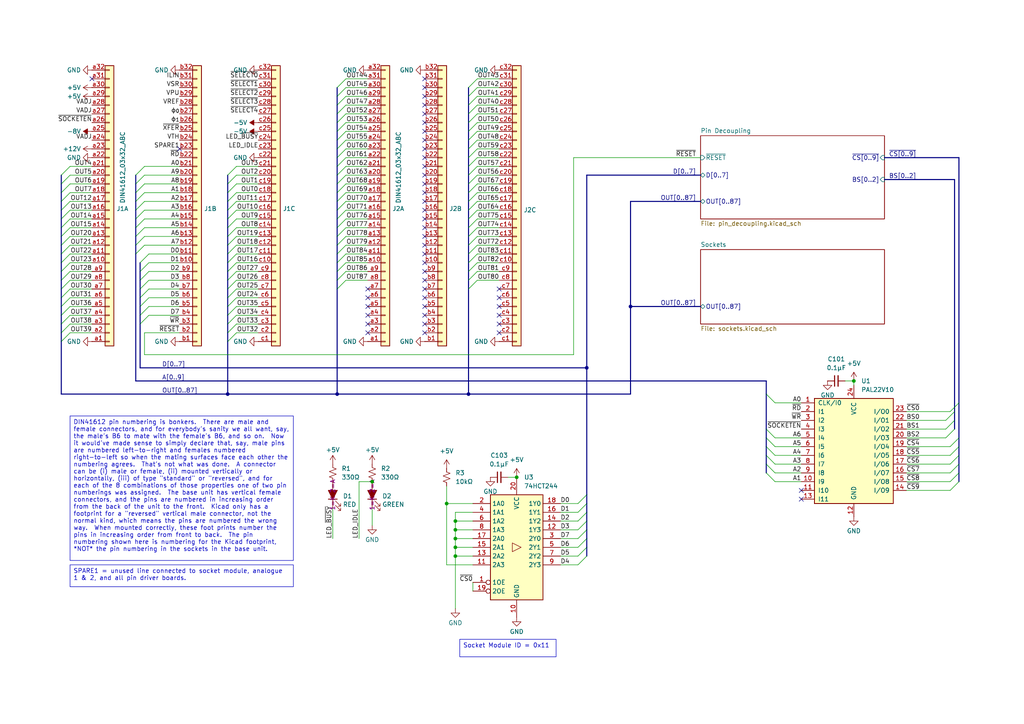
<source format=kicad_sch>
(kicad_sch (version 20250114) (generator "eeschema") (generator_version "9.0")
  (paper "A4")
  (title_block (title "ALLPRO88 Socket Module Template"))
  (text_box "Socket Module ID = 0x11" (at 133.35 185.42 0) (size 27.94 5.08) (margins 0.9525 0.9525 0.9525 0.9525) (effects (font (size 1.27 1.27)) (justify left top)))
  (text_box "DIN41612 pin numbering is bonkers.  There are male and female connectors, and for everybody's sanity we all want, say, the male's B6 to mate with the female's B6, and so on.  Now it would've made sense to simply declare that, say, male pins are numbered left-to-right and females numbered right-to-left so when the mating surfaces face each other the numbering agrees.  That's not what was done.  A connector can be (i) male or female, (ii) mounted vertically or horizontally, (iii) of type \"standard\" or \"reversed\", and for each of the 8 combinations of those properties one of two pin numberings was assigned.  The base unit has vertical female connectors, and the pins are numbered in increasing order from the back of the unit to the front.  Kicad only has a footprint for a \"reversed\" vertical male connector, not the normal kind, which means the pins are numbered the wrong way.  When mounted correctly, these foot prints number the pins in increasing order from front to back.  The pin numbering shown here is numbering for the Kicad footprint, *NOT* the pin numbering in the sockets in the base unit." (at 20.32 120.65 0) (size 64.77 41.91) (margins 0.9525 0.9525 0.9525 0.9525) (effects (font (size 1.27 1.27)) (justify left top)))
  (text_box "SPARE1 = unused line connected to socket module, analogue 1 & 2, and all pin driver boards." (at 20.32 163.83 0) (size 64.77 6.35) (margins 0.9525 0.9525 0.9525 0.9525) (effects (font (size 1.27 1.27)) (justify left top)))
  (junction (at 132.08 153.67))
  (junction (at 129.54 146.05))
  (junction (at 66.04 114.3))
  (junction (at 97.79 114.3))
  (junction (at 170.18 106.68))
  (junction (at 132.08 158.75))
  (junction (at 135.89 114.3))
  (junction (at 247.65 110.49))
  (junction (at 182.88 88.9))
  (junction (at 107.95 139.7))
  (junction (at 149.86 138.43))
  (junction (at 132.08 151.13))
  (junction (at 132.08 161.29))
  (junction (at 132.08 156.21))
  (no_connect (at 123.19 33.02))
  (no_connect (at 123.19 60.96))
  (no_connect (at 232.41 144.78))
  (no_connect (at 123.19 78.74))
  (no_connect (at 106.68 86.36))
  (no_connect (at 144.78 86.36))
  (no_connect (at 106.68 83.82))
  (no_connect (at 106.68 91.44))
  (no_connect (at 123.19 22.86))
  (no_connect (at 144.78 91.44))
  (no_connect (at 144.78 88.9))
  (no_connect (at 123.19 53.34))
  (no_connect (at 123.19 81.28))
  (no_connect (at 123.19 50.8))
  (no_connect (at 123.19 43.18))
  (no_connect (at 144.78 96.52))
  (no_connect (at 123.19 76.2))
  (no_connect (at 106.68 88.9))
  (no_connect (at 123.19 30.48))
  (no_connect (at 52.07 43.18))
  (no_connect (at 123.19 48.26))
  (no_connect (at 144.78 83.82))
  (no_connect (at 123.19 68.58))
  (no_connect (at 26.67 22.86))
  (no_connect (at 106.68 93.98))
  (no_connect (at 123.19 25.4))
  (no_connect (at 123.19 63.5))
  (no_connect (at 123.19 45.72))
  (no_connect (at 106.68 96.52))
  (no_connect (at 123.19 66.04))
  (no_connect (at 123.19 40.64))
  (no_connect (at 123.19 83.82))
  (no_connect (at 123.19 91.44))
  (no_connect (at 123.19 73.66))
  (no_connect (at 123.19 86.36))
  (no_connect (at 123.19 27.94))
  (no_connect (at 123.19 38.1))
  (no_connect (at 123.19 58.42))
  (no_connect (at 123.19 55.88))
  (no_connect (at 123.19 71.12))
  (no_connect (at 123.19 88.9))
  (no_connect (at 123.19 35.56))
  (no_connect (at 232.41 142.24))
  (no_connect (at 144.78 93.98))
  (no_connect (at 123.19 96.52))
  (no_connect (at 123.19 93.98))
  (bus_entry (at 66.04 78.74) (size 2.54 -2.54))
  (bus_entry (at 170.18 148.59) (size -2.54 2.54))
  (bus_entry (at 17.78 55.88) (size 2.54 -2.54))
  (bus_entry (at 135.89 38.1) (size 2.54 -2.54))
  (bus_entry (at 97.79 66.04) (size 2.54 -2.54))
  (bus_entry (at 97.79 27.94) (size 2.54 -2.54))
  (bus_entry (at 17.78 73.66) (size 2.54 -2.54))
  (bus_entry (at 222.25 127) (size 2.54 2.54))
  (bus_entry (at 66.04 83.82) (size 2.54 -2.54))
  (bus_entry (at 17.78 68.58) (size 2.54 -2.54))
  (bus_entry (at 39.37 53.34) (size 2.54 -2.54))
  (bus_entry (at 39.37 58.42) (size 2.54 -2.54))
  (bus_entry (at 39.37 55.88) (size 2.54 -2.54))
  (bus_entry (at 135.89 40.64) (size 2.54 -2.54))
  (bus_entry (at 97.79 58.42) (size 2.54 -2.54))
  (bus_entry (at 66.04 73.66) (size 2.54 -2.54))
  (bus_entry (at 97.79 78.74) (size 2.54 -2.54))
  (bus_entry (at 40.64 88.9) (size 2.54 -2.54))
  (bus_entry (at 39.37 71.12) (size 2.54 -2.54))
  (bus_entry (at 135.89 30.48) (size 2.54 -2.54))
  (bus_entry (at 97.79 55.88) (size 2.54 -2.54))
  (bus_entry (at 39.37 63.5) (size 2.54 -2.54))
  (bus_entry (at 17.78 66.04) (size 2.54 -2.54))
  (bus_entry (at 97.79 73.66) (size 2.54 -2.54))
  (bus_entry (at 17.78 50.8) (size 2.54 -2.54))
  (bus_entry (at 66.04 96.52) (size 2.54 -2.54))
  (bus_entry (at 40.64 83.82) (size 2.54 -2.54))
  (bus_entry (at 66.04 58.42) (size 2.54 -2.54))
  (bus_entry (at 222.25 124.46) (size 2.54 2.54))
  (bus_entry (at 135.89 27.94) (size 2.54 -2.54))
  (bus_entry (at 274.32 127) (size 2.54 -2.54))
  (bus_entry (at 135.89 55.88) (size 2.54 -2.54))
  (bus_entry (at 97.79 60.96) (size 2.54 -2.54))
  (bus_entry (at 17.78 86.36) (size 2.54 -2.54))
  (bus_entry (at 66.04 60.96) (size 2.54 -2.54))
  (bus_entry (at 135.89 63.5) (size 2.54 -2.54))
  (bus_entry (at 135.89 45.72) (size 2.54 -2.54))
  (bus_entry (at 66.04 81.28) (size 2.54 -2.54))
  (bus_entry (at 135.89 35.56) (size 2.54 -2.54))
  (bus_entry (at 222.25 114.3) (size 2.54 2.54))
  (bus_entry (at 97.79 38.1) (size 2.54 -2.54))
  (bus_entry (at 275.59 119.38) (size 2.54 -2.54))
  (bus_entry (at 135.89 50.8) (size 2.54 -2.54))
  (bus_entry (at 135.89 71.12) (size 2.54 -2.54))
  (bus_entry (at 222.25 129.54) (size 2.54 2.54))
  (bus_entry (at 97.79 43.18) (size 2.54 -2.54))
  (bus_entry (at 170.18 151.13) (size -2.54 2.54))
  (bus_entry (at 66.04 76.2) (size 2.54 -2.54))
  (bus_entry (at 135.89 25.4) (size 2.54 -2.54))
  (bus_entry (at 17.78 76.2) (size 2.54 -2.54))
  (bus_entry (at 222.25 132.08) (size 2.54 2.54))
  (bus_entry (at 40.64 93.98) (size 2.54 -2.54))
  (bus_entry (at 97.79 68.58) (size 2.54 -2.54))
  (bus_entry (at 275.59 134.62) (size 2.54 -2.54))
  (bus_entry (at 17.78 91.44) (size 2.54 -2.54))
  (bus_entry (at 275.59 132.08) (size 2.54 -2.54))
  (bus_entry (at 17.78 58.42) (size 2.54 -2.54))
  (bus_entry (at 170.18 158.75) (size -2.54 2.54))
  (bus_entry (at 40.64 91.44) (size 2.54 -2.54))
  (bus_entry (at 135.89 43.18) (size 2.54 -2.54))
  (bus_entry (at 66.04 50.8) (size 2.54 -2.54))
  (bus_entry (at 66.04 93.98) (size 2.54 -2.54))
  (bus_entry (at 17.78 83.82) (size 2.54 -2.54))
  (bus_entry (at 39.37 68.58) (size 2.54 -2.54))
  (bus_entry (at 39.37 50.8) (size 2.54 -2.54))
  (bus_entry (at 135.89 58.42) (size 2.54 -2.54))
  (bus_entry (at 66.04 71.12) (size 2.54 -2.54))
  (bus_entry (at 222.25 137.16) (size 2.54 2.54))
  (bus_entry (at 17.78 78.74) (size 2.54 -2.54))
  (bus_entry (at 66.04 55.88) (size 2.54 -2.54))
  (bus_entry (at 66.04 99.06) (size 2.54 -2.54))
  (bus_entry (at 135.89 81.28) (size 2.54 -2.54))
  (bus_entry (at 17.78 60.96) (size 2.54 -2.54))
  (bus_entry (at 170.18 156.21) (size -2.54 2.54))
  (bus_entry (at 135.89 68.58) (size 2.54 -2.54))
  (bus_entry (at 97.79 25.4) (size 2.54 -2.54))
  (bus_entry (at 17.78 71.12) (size 2.54 -2.54))
  (bus_entry (at 97.79 71.12) (size 2.54 -2.54))
  (bus_entry (at 275.59 139.7) (size 2.54 -2.54))
  (bus_entry (at 40.64 86.36) (size 2.54 -2.54))
  (bus_entry (at 135.89 53.34) (size 2.54 -2.54))
  (bus_entry (at 17.78 96.52) (size 2.54 -2.54))
  (bus_entry (at 97.79 48.26) (size 2.54 -2.54))
  (bus_entry (at 39.37 60.96) (size 2.54 -2.54))
  (bus_entry (at 97.79 35.56) (size 2.54 -2.54))
  (bus_entry (at 66.04 63.5) (size 2.54 -2.54))
  (bus_entry (at 66.04 66.04) (size 2.54 -2.54))
  (bus_entry (at 135.89 76.2) (size 2.54 -2.54))
  (bus_entry (at 170.18 153.67) (size -2.54 2.54))
  (bus_entry (at 97.79 53.34) (size 2.54 -2.54))
  (bus_entry (at 135.89 78.74) (size 2.54 -2.54))
  (bus_entry (at 135.89 83.82) (size 2.54 -2.54))
  (bus_entry (at 66.04 91.44) (size 2.54 -2.54))
  (bus_entry (at 97.79 83.82) (size 2.54 -2.54))
  (bus_entry (at 66.04 53.34) (size 2.54 -2.54))
  (bus_entry (at 135.89 73.66) (size 2.54 -2.54))
  (bus_entry (at 17.78 93.98) (size 2.54 -2.54))
  (bus_entry (at 135.89 66.04) (size 2.54 -2.54))
  (bus_entry (at 170.18 161.29) (size -2.54 2.54))
  (bus_entry (at 40.64 81.28) (size 2.54 -2.54))
  (bus_entry (at 275.59 129.54) (size 2.54 -2.54))
  (bus_entry (at 17.78 88.9) (size 2.54 -2.54))
  (bus_entry (at 170.18 143.51) (size -2.54 2.54))
  (bus_entry (at 274.32 121.92) (size 2.54 -2.54))
  (bus_entry (at 66.04 68.58) (size 2.54 -2.54))
  (bus_entry (at 170.18 146.05) (size -2.54 2.54))
  (bus_entry (at 17.78 81.28) (size 2.54 -2.54))
  (bus_entry (at 40.64 78.74) (size 2.54 -2.54))
  (bus_entry (at 17.78 53.34) (size 2.54 -2.54))
  (bus_entry (at 39.37 73.66) (size 2.54 -2.54))
  (bus_entry (at 39.37 66.04) (size 2.54 -2.54))
  (bus_entry (at 40.64 76.2) (size 2.54 -2.54))
  (bus_entry (at 135.89 48.26) (size 2.54 -2.54))
  (bus_entry (at 97.79 40.64) (size 2.54 -2.54))
  (bus_entry (at 222.25 134.62) (size 2.54 2.54))
  (bus_entry (at 275.59 137.16) (size 2.54 -2.54))
  (bus_entry (at 66.04 86.36) (size 2.54 -2.54))
  (bus_entry (at 97.79 45.72) (size 2.54 -2.54))
  (bus_entry (at 97.79 50.8) (size 2.54 -2.54))
  (bus_entry (at 97.79 33.02) (size 2.54 -2.54))
  (bus_entry (at 97.79 63.5) (size 2.54 -2.54))
  (bus_entry (at 275.59 142.24) (size 2.54 -2.54))
  (bus_entry (at 97.79 76.2) (size 2.54 -2.54))
  (bus_entry (at 135.89 60.96) (size 2.54 -2.54))
  (bus_entry (at 135.89 33.02) (size 2.54 -2.54))
  (bus_entry (at 17.78 63.5) (size 2.54 -2.54))
  (bus_entry (at 17.78 99.06) (size 2.54 -2.54))
  (bus_entry (at 97.79 81.28) (size 2.54 -2.54))
  (bus_entry (at 66.04 88.9) (size 2.54 -2.54))
  (bus_entry (at 274.32 124.46) (size 2.54 -2.54))
  (bus_entry (at 97.79 30.48) (size 2.54 -2.54))
  (wire (pts (xy 41.91 63.5) (xy 52.07 63.5)))
  (wire (pts (xy 100.33 73.66) (xy 106.68 73.66)))
  (bus (pts (xy 135.89 76.2) (xy 135.89 78.74)))
  (wire (pts (xy 138.43 63.5) (xy 144.78 63.5)))
  (wire (pts (xy 100.33 53.34) (xy 106.68 53.34)))
  (wire (pts (xy 41.91 96.52) (xy 41.91 102.87)))
  (bus (pts (xy 135.89 27.94) (xy 135.89 30.48)))
  (wire (pts (xy 138.43 78.74) (xy 144.78 78.74)))
  (bus (pts (xy 39.37 110.49) (xy 222.25 110.49)))
  (bus (pts (xy 66.04 60.96) (xy 66.04 63.5)))
  (wire (pts (xy 132.08 151.13) (xy 137.16 151.13)))
  (wire (pts (xy 96.52 147.32) (xy 96.52 156.21)))
  (wire (pts (xy 132.08 151.13) (xy 132.08 153.67)))
  (wire (pts (xy 43.18 73.66) (xy 52.07 73.66)))
  (bus (pts (xy 278.13 45.72) (xy 278.13 116.84)))
  (wire (pts (xy 100.33 38.1) (xy 106.68 38.1)))
  (wire (pts (xy 138.43 27.94) (xy 144.78 27.94)))
  (bus (pts (xy 97.79 63.5) (xy 97.79 66.04)))
  (wire (pts (xy 167.64 163.83) (xy 162.56 163.83)))
  (bus (pts (xy 135.89 33.02) (xy 135.89 35.56)))
  (bus (pts (xy 222.25 134.62) (xy 222.25 132.08)))
  (wire (pts (xy 245.11 110.49) (xy 247.65 110.49)))
  (wire (pts (xy 68.58 50.8) (xy 74.93 50.8)))
  (wire (pts (xy 20.32 63.5) (xy 26.67 63.5)))
  (wire (pts (xy 20.32 71.12) (xy 26.67 71.12)))
  (bus (pts (xy 40.64 86.36) (xy 40.64 88.9)))
  (wire (pts (xy 100.33 33.02) (xy 106.68 33.02)))
  (bus (pts (xy 97.79 33.02) (xy 97.79 35.56)))
  (wire (pts (xy 68.58 83.82) (xy 74.93 83.82)))
  (wire (pts (xy 100.33 43.18) (xy 106.68 43.18)))
  (bus (pts (xy 135.89 45.72) (xy 135.89 48.26)))
  (bus (pts (xy 135.89 83.82) (xy 135.89 114.3)))
  (wire (pts (xy 262.89 119.38) (xy 275.59 119.38)))
  (wire (pts (xy 132.08 161.29) (xy 132.08 176.53)))
  (bus (pts (xy 17.78 53.34) (xy 17.78 55.88)))
  (wire (pts (xy 262.89 132.08) (xy 275.59 132.08)))
  (bus (pts (xy 97.79 76.2) (xy 97.79 78.74)))
  (wire (pts (xy 138.43 25.4) (xy 144.78 25.4)))
  (wire (pts (xy 68.58 71.12) (xy 74.93 71.12)))
  (bus (pts (xy 40.64 76.2) (xy 40.64 78.74)))
  (bus (pts (xy 97.79 48.26) (xy 97.79 50.8)))
  (bus (pts (xy 17.78 66.04) (xy 17.78 68.58)))
  (bus (pts (xy 17.78 55.88) (xy 17.78 58.42)))
  (bus (pts (xy 135.89 66.04) (xy 135.89 68.58)))
  (wire (pts (xy 138.43 35.56) (xy 144.78 35.56)))
  (bus (pts (xy 17.78 76.2) (xy 17.78 78.74)))
  (wire (pts (xy 100.33 66.04) (xy 106.68 66.04)))
  (wire (pts (xy 100.33 48.26) (xy 106.68 48.26)))
  (wire (pts (xy 138.43 33.02) (xy 144.78 33.02)))
  (wire (pts (xy 68.58 48.26) (xy 74.93 48.26)))
  (bus (pts (xy 135.89 60.96) (xy 135.89 63.5)))
  (bus (pts (xy 66.04 68.58) (xy 66.04 71.12)))
  (bus (pts (xy 97.79 114.3) (xy 66.04 114.3)))
  (wire (pts (xy 167.64 156.21) (xy 162.56 156.21)))
  (bus (pts (xy 135.89 78.74) (xy 135.89 81.28)))
  (bus (pts (xy 97.79 38.1) (xy 97.79 40.64)))
  (bus (pts (xy 222.25 127) (xy 222.25 124.46)))
  (bus (pts (xy 278.13 116.84) (xy 278.13 127)))
  (wire (pts (xy 138.43 55.88) (xy 144.78 55.88)))
  (bus (pts (xy 170.18 50.8) (xy 203.2 50.8)))
  (bus (pts (xy 278.13 134.62) (xy 278.13 137.16)))
  (bus (pts (xy 97.79 25.4) (xy 97.79 27.94)))
  (bus (pts (xy 97.79 50.8) (xy 97.79 53.34)))
  (bus (pts (xy 17.78 68.58) (xy 17.78 71.12)))
  (wire (pts (xy 138.43 22.86) (xy 144.78 22.86)))
  (bus (pts (xy 97.79 83.82) (xy 97.79 114.3)))
  (bus (pts (xy 17.78 91.44) (xy 17.78 93.98)))
  (wire (pts (xy 166.37 45.72) (xy 203.2 45.72)))
  (bus (pts (xy 97.79 114.3) (xy 135.89 114.3)))
  (wire (pts (xy 20.32 73.66) (xy 26.67 73.66)))
  (bus (pts (xy 135.89 25.4) (xy 135.89 27.94)))
  (wire (pts (xy 68.58 55.88) (xy 74.93 55.88)))
  (wire (pts (xy 138.43 60.96) (xy 144.78 60.96)))
  (wire (pts (xy 43.18 86.36) (xy 52.07 86.36)))
  (wire (pts (xy 138.43 66.04) (xy 144.78 66.04)))
  (wire (pts (xy 132.08 161.29) (xy 137.16 161.29)))
  (bus (pts (xy 66.04 86.36) (xy 66.04 88.9)))
  (wire (pts (xy 167.64 146.05) (xy 162.56 146.05)))
  (wire (pts (xy 41.91 68.58) (xy 52.07 68.58)))
  (bus (pts (xy 66.04 76.2) (xy 66.04 78.74)))
  (bus (pts (xy 182.88 58.42) (xy 203.2 58.42)))
  (bus (pts (xy 39.37 60.96) (xy 39.37 63.5)))
  (bus (pts (xy 17.78 73.66) (xy 17.78 76.2)))
  (bus (pts (xy 40.64 81.28) (xy 40.64 83.82)))
  (bus (pts (xy 278.13 127) (xy 278.13 129.54)))
  (bus (pts (xy 135.89 38.1) (xy 135.89 40.64)))
  (bus (pts (xy 17.78 93.98) (xy 17.78 96.52)))
  (wire (pts (xy 68.58 81.28) (xy 74.93 81.28)))
  (bus (pts (xy 66.04 91.44) (xy 66.04 93.98)))
  (wire (pts (xy 20.32 83.82) (xy 26.67 83.82)))
  (bus (pts (xy 39.37 55.88) (xy 39.37 58.42)))
  (bus (pts (xy 182.88 114.3) (xy 135.89 114.3)))
  (bus (pts (xy 40.64 106.68) (xy 170.18 106.68)))
  (wire (pts (xy 167.64 148.59) (xy 162.56 148.59)))
  (wire (pts (xy 68.58 53.34) (xy 74.93 53.34)))
  (wire (pts (xy 68.58 73.66) (xy 74.93 73.66)))
  (bus (pts (xy 135.89 35.56) (xy 135.89 38.1)))
  (bus (pts (xy 39.37 68.58) (xy 39.37 71.12)))
  (bus (pts (xy 97.79 43.18) (xy 97.79 45.72)))
  (bus (pts (xy 97.79 71.12) (xy 97.79 73.66)))
  (bus (pts (xy 222.25 114.3) (xy 222.25 110.49)))
  (bus (pts (xy 17.78 60.96) (xy 17.78 63.5)))
  (bus (pts (xy 135.89 40.64) (xy 135.89 43.18)))
  (bus (pts (xy 40.64 91.44) (xy 40.64 93.98)))
  (wire (pts (xy 132.08 158.75) (xy 137.16 158.75)))
  (bus (pts (xy 135.89 68.58) (xy 135.89 71.12)))
  (bus (pts (xy 135.89 73.66) (xy 135.89 76.2)))
  (wire (pts (xy 20.32 93.98) (xy 26.67 93.98)))
  (bus (pts (xy 170.18 158.75) (xy 170.18 156.21)))
  (bus (pts (xy 276.86 119.38) (xy 276.86 121.92)))
  (wire (pts (xy 41.91 58.42) (xy 52.07 58.42)))
  (wire (pts (xy 68.58 63.5) (xy 74.93 63.5)))
  (bus (pts (xy 66.04 83.82) (xy 66.04 86.36)))
  (wire (pts (xy 224.79 132.08) (xy 232.41 132.08)))
  (wire (pts (xy 20.32 76.2) (xy 26.67 76.2)))
  (bus (pts (xy 278.13 137.16) (xy 278.13 139.7)))
  (wire (pts (xy 100.33 60.96) (xy 106.68 60.96)))
  (bus (pts (xy 66.04 114.3) (xy 66.04 99.06)))
  (bus (pts (xy 66.04 73.66) (xy 66.04 76.2)))
  (bus (pts (xy 97.79 30.48) (xy 97.79 33.02)))
  (wire (pts (xy 138.43 73.66) (xy 144.78 73.66)))
  (bus (pts (xy 222.25 137.16) (xy 222.25 134.62)))
  (wire (pts (xy 68.58 78.74) (xy 74.93 78.74)))
  (wire (pts (xy 166.37 102.87) (xy 166.37 45.72)))
  (bus (pts (xy 66.04 55.88) (xy 66.04 58.42)))
  (wire (pts (xy 20.32 86.36) (xy 26.67 86.36)))
  (wire (pts (xy 167.64 158.75) (xy 162.56 158.75)))
  (bus (pts (xy 17.78 96.52) (xy 17.78 99.06)))
  (wire (pts (xy 43.18 91.44) (xy 52.07 91.44)))
  (wire (pts (xy 100.33 35.56) (xy 106.68 35.56)))
  (bus (pts (xy 135.89 71.12) (xy 135.89 73.66)))
  (bus (pts (xy 66.04 63.5) (xy 66.04 66.04)))
  (wire (pts (xy 68.58 91.44) (xy 74.93 91.44)))
  (bus (pts (xy 135.89 43.18) (xy 135.89 45.72)))
  (wire (pts (xy 20.32 60.96) (xy 26.67 60.96)))
  (wire (pts (xy 224.79 127) (xy 232.41 127)))
  (wire (pts (xy 129.54 146.05) (xy 129.54 163.83)))
  (wire (pts (xy 138.43 58.42) (xy 144.78 58.42)))
  (bus (pts (xy 256.54 52.07) (xy 276.86 52.07)))
  (wire (pts (xy 68.58 88.9) (xy 74.93 88.9)))
  (bus (pts (xy 40.64 88.9) (xy 40.64 91.44)))
  (bus (pts (xy 170.18 161.29) (xy 170.18 158.75)))
  (bus (pts (xy 97.79 78.74) (xy 97.79 81.28)))
  (wire (pts (xy 138.43 45.72) (xy 144.78 45.72)))
  (bus (pts (xy 17.78 78.74) (xy 17.78 81.28)))
  (wire (pts (xy 132.08 156.21) (xy 132.08 158.75)))
  (bus (pts (xy 135.89 30.48) (xy 135.89 33.02)))
  (bus (pts (xy 17.78 114.3) (xy 66.04 114.3)))
  (wire (pts (xy 100.33 50.8) (xy 106.68 50.8)))
  (wire (pts (xy 20.32 96.52) (xy 26.67 96.52)))
  (bus (pts (xy 276.86 121.92) (xy 276.86 124.46)))
  (bus (pts (xy 66.04 93.98) (xy 66.04 96.52)))
  (bus (pts (xy 135.89 50.8) (xy 135.89 53.34)))
  (bus (pts (xy 182.88 58.42) (xy 182.88 88.9)))
  (bus (pts (xy 135.89 53.34) (xy 135.89 55.88)))
  (wire (pts (xy 132.08 153.67) (xy 132.08 156.21)))
  (wire (pts (xy 41.91 48.26) (xy 52.07 48.26)))
  (bus (pts (xy 170.18 151.13) (xy 170.18 148.59)))
  (bus (pts (xy 39.37 71.12) (xy 39.37 73.66)))
  (bus (pts (xy 135.89 48.26) (xy 135.89 50.8)))
  (bus (pts (xy 39.37 50.8) (xy 39.37 53.34)))
  (wire (pts (xy 100.33 40.64) (xy 106.68 40.64)))
  (wire (pts (xy 138.43 81.28) (xy 144.78 81.28)))
  (wire (pts (xy 137.16 168.91) (xy 137.16 171.45)))
  (wire (pts (xy 129.54 146.05) (xy 137.16 146.05)))
  (bus (pts (xy 39.37 58.42) (xy 39.37 60.96)))
  (wire (pts (xy 132.08 156.21) (xy 137.16 156.21)))
  (wire (pts (xy 262.89 129.54) (xy 275.59 129.54)))
  (wire (pts (xy 41.91 66.04) (xy 52.07 66.04)))
  (wire (pts (xy 20.32 50.8) (xy 26.67 50.8)))
  (wire (pts (xy 68.58 58.42) (xy 74.93 58.42)))
  (wire (pts (xy 262.89 124.46) (xy 274.32 124.46)))
  (bus (pts (xy 39.37 63.5) (xy 39.37 66.04)))
  (bus (pts (xy 97.79 68.58) (xy 97.79 71.12)))
  (bus (pts (xy 66.04 81.28) (xy 66.04 83.82)))
  (wire (pts (xy 68.58 96.52) (xy 74.93 96.52)))
  (wire (pts (xy 68.58 86.36) (xy 74.93 86.36)))
  (wire (pts (xy 262.89 134.62) (xy 275.59 134.62)))
  (wire (pts (xy 262.89 142.24) (xy 275.59 142.24)))
  (wire (pts (xy 129.54 140.97) (xy 129.54 146.05)))
  (wire (pts (xy 224.79 137.16) (xy 232.41 137.16)))
  (wire (pts (xy 138.43 68.58) (xy 144.78 68.58)))
  (wire (pts (xy 41.91 50.8) (xy 52.07 50.8)))
  (bus (pts (xy 222.25 132.08) (xy 222.25 129.54)))
  (wire (pts (xy 100.33 27.94) (xy 106.68 27.94)))
  (wire (pts (xy 100.33 63.5) (xy 106.68 63.5)))
  (wire (pts (xy 100.33 55.88) (xy 106.68 55.88)))
  (wire (pts (xy 20.32 66.04) (xy 26.67 66.04)))
  (wire (pts (xy 20.32 53.34) (xy 26.67 53.34)))
  (bus (pts (xy 182.88 88.9) (xy 182.88 114.3)))
  (bus (pts (xy 17.78 83.82) (xy 17.78 86.36)))
  (wire (pts (xy 100.33 71.12) (xy 106.68 71.12)))
  (wire (pts (xy 262.89 121.92) (xy 274.32 121.92)))
  (wire (pts (xy 20.32 78.74) (xy 26.67 78.74)))
  (wire (pts (xy 224.79 129.54) (xy 232.41 129.54)))
  (bus (pts (xy 17.78 71.12) (xy 17.78 73.66)))
  (bus (pts (xy 40.64 78.74) (xy 40.64 81.28)))
  (wire (pts (xy 100.33 25.4) (xy 106.68 25.4)))
  (bus (pts (xy 66.04 88.9) (xy 66.04 91.44)))
  (bus (pts (xy 66.04 66.04) (xy 66.04 68.58)))
  (wire (pts (xy 100.33 45.72) (xy 106.68 45.72)))
  (wire (pts (xy 247.65 110.49) (xy 247.65 111.76)))
  (wire (pts (xy 137.16 163.83) (xy 129.54 163.83)))
  (wire (pts (xy 43.18 81.28) (xy 52.07 81.28)))
  (wire (pts (xy 138.43 40.64) (xy 144.78 40.64)))
  (wire (pts (xy 138.43 38.1) (xy 144.78 38.1)))
  (wire (pts (xy 147.32 138.43) (xy 149.86 138.43)))
  (bus (pts (xy 17.78 63.5) (xy 17.78 66.04)))
  (wire (pts (xy 224.79 139.7) (xy 232.41 139.7)))
  (wire (pts (xy 41.91 71.12) (xy 52.07 71.12)))
  (wire (pts (xy 43.18 83.82) (xy 52.07 83.82)))
  (bus (pts (xy 135.89 55.88) (xy 135.89 58.42)))
  (wire (pts (xy 138.43 30.48) (xy 144.78 30.48)))
  (wire (pts (xy 20.32 48.26) (xy 26.67 48.26)))
  (bus (pts (xy 17.78 50.8) (xy 17.78 53.34)))
  (bus (pts (xy 97.79 27.94) (xy 97.79 30.48)))
  (bus (pts (xy 222.25 129.54) (xy 222.25 127)))
  (bus (pts (xy 97.79 81.28) (xy 97.79 83.82)))
  (wire (pts (xy 167.64 161.29) (xy 162.56 161.29)))
  (wire (pts (xy 262.89 137.16) (xy 275.59 137.16)))
  (wire (pts (xy 41.91 55.88) (xy 52.07 55.88)))
  (wire (pts (xy 138.43 50.8) (xy 144.78 50.8)))
  (bus (pts (xy 135.89 58.42) (xy 135.89 60.96)))
  (wire (pts (xy 100.33 30.48) (xy 106.68 30.48)))
  (bus (pts (xy 39.37 53.34) (xy 39.37 55.88)))
  (bus (pts (xy 97.79 66.04) (xy 97.79 68.58)))
  (wire (pts (xy 100.33 58.42) (xy 106.68 58.42)))
  (wire (pts (xy 132.08 158.75) (xy 132.08 161.29)))
  (wire (pts (xy 20.32 88.9) (xy 26.67 88.9)))
  (bus (pts (xy 97.79 58.42) (xy 97.79 60.96)))
  (wire (pts (xy 43.18 88.9) (xy 52.07 88.9)))
  (bus (pts (xy 66.04 71.12) (xy 66.04 73.66)))
  (bus (pts (xy 97.79 45.72) (xy 97.79 48.26)))
  (wire (pts (xy 104.14 139.7) (xy 104.14 156.21)))
  (bus (pts (xy 39.37 73.66) (xy 39.37 110.49)))
  (wire (pts (xy 262.89 127) (xy 274.32 127)))
  (bus (pts (xy 170.18 146.05) (xy 170.18 143.51)))
  (wire (pts (xy 224.79 116.84) (xy 232.41 116.84)))
  (bus (pts (xy 39.37 66.04) (xy 39.37 68.58)))
  (bus (pts (xy 17.78 99.06) (xy 17.78 114.3)))
  (wire (pts (xy 100.33 76.2) (xy 106.68 76.2)))
  (wire (pts (xy 20.32 68.58) (xy 26.67 68.58)))
  (wire (pts (xy 68.58 60.96) (xy 74.93 60.96)))
  (wire (pts (xy 132.08 148.59) (xy 132.08 151.13)))
  (wire (pts (xy 100.33 68.58) (xy 106.68 68.58)))
  (wire (pts (xy 100.33 78.74) (xy 106.68 78.74)))
  (wire (pts (xy 20.32 58.42) (xy 26.67 58.42)))
  (bus (pts (xy 222.25 114.3) (xy 222.25 124.46)))
  (wire (pts (xy 43.18 76.2) (xy 52.07 76.2)))
  (wire (pts (xy 68.58 76.2) (xy 74.93 76.2)))
  (bus (pts (xy 66.04 78.74) (xy 66.04 81.28)))
  (wire (pts (xy 138.43 76.2) (xy 144.78 76.2)))
  (wire (pts (xy 20.32 81.28) (xy 26.67 81.28)))
  (wire (pts (xy 138.43 43.18) (xy 144.78 43.18)))
  (bus (pts (xy 182.88 88.9) (xy 203.2 88.9)))
  (bus (pts (xy 66.04 50.8) (xy 66.04 53.34)))
  (bus (pts (xy 97.79 55.88) (xy 97.79 58.42)))
  (bus (pts (xy 278.13 129.54) (xy 278.13 132.08)))
  (bus (pts (xy 66.04 96.52) (xy 66.04 99.06)))
  (bus (pts (xy 66.04 58.42) (xy 66.04 60.96)))
  (bus (pts (xy 170.18 156.21) (xy 170.18 153.67)))
  (wire (pts (xy 68.58 66.04) (xy 74.93 66.04)))
  (wire (pts (xy 68.58 93.98) (xy 74.93 93.98)))
  (wire (pts (xy 43.18 78.74) (xy 52.07 78.74)))
  (wire (pts (xy 20.32 55.88) (xy 26.67 55.88)))
  (wire (pts (xy 262.89 139.7) (xy 275.59 139.7)))
  (bus (pts (xy 170.18 148.59) (xy 170.18 146.05)))
  (bus (pts (xy 40.64 83.82) (xy 40.64 86.36)))
  (bus (pts (xy 135.89 63.5) (xy 135.89 66.04)))
  (wire (pts (xy 138.43 48.26) (xy 144.78 48.26)))
  (wire (pts (xy 138.43 71.12) (xy 144.78 71.12)))
  (wire (pts (xy 41.91 102.87) (xy 166.37 102.87)))
  (wire (pts (xy 167.64 153.67) (xy 162.56 153.67)))
  (wire (pts (xy 137.16 148.59) (xy 132.08 148.59)))
  (bus (pts (xy 97.79 73.66) (xy 97.79 76.2)))
  (bus (pts (xy 17.78 88.9) (xy 17.78 91.44)))
  (bus (pts (xy 278.13 132.08) (xy 278.13 134.62)))
  (bus (pts (xy 97.79 35.56) (xy 97.79 38.1)))
  (wire (pts (xy 20.32 91.44) (xy 26.67 91.44)))
  (wire (pts (xy 138.43 53.34) (xy 144.78 53.34)))
  (wire (pts (xy 224.79 134.62) (xy 232.41 134.62)))
  (wire (pts (xy 100.33 22.86) (xy 106.68 22.86)))
  (bus (pts (xy 276.86 52.07) (xy 276.86 119.38)))
  (wire (pts (xy 41.91 60.96) (xy 52.07 60.96)))
  (bus (pts (xy 66.04 53.34) (xy 66.04 55.88)))
  (wire (pts (xy 52.07 96.52) (xy 41.91 96.52)))
  (bus (pts (xy 135.89 81.28) (xy 135.89 83.82)))
  (bus (pts (xy 256.54 45.72) (xy 278.13 45.72)))
  (wire (pts (xy 132.08 153.67) (xy 137.16 153.67)))
  (wire (pts (xy 100.33 81.28) (xy 106.68 81.28)))
  (bus (pts (xy 97.79 53.34) (xy 97.79 55.88)))
  (bus (pts (xy 97.79 60.96) (xy 97.79 63.5)))
  (wire (pts (xy 68.58 68.58) (xy 74.93 68.58)))
  (bus (pts (xy 17.78 58.42) (xy 17.78 60.96)))
  (bus (pts (xy 170.18 106.68) (xy 170.18 143.51)))
  (wire (pts (xy 107.95 152.4) (xy 107.95 147.32)))
  (bus (pts (xy 97.79 40.64) (xy 97.79 43.18)))
  (bus (pts (xy 17.78 81.28) (xy 17.78 83.82)))
  (wire (pts (xy 107.95 139.7) (xy 104.14 139.7)))
  (bus (pts (xy 40.64 93.98) (xy 40.64 106.68)))
  (wire (pts (xy 167.64 151.13) (xy 162.56 151.13)))
  (bus (pts (xy 170.18 153.67) (xy 170.18 151.13)))
  (bus (pts (xy 170.18 50.8) (xy 170.18 106.68)))
  (wire (pts (xy 41.91 53.34) (xy 52.07 53.34)))
  (bus (pts (xy 17.78 86.36) (xy 17.78 88.9)))
  (label "~{SOCKETEN}" (at 232.41 124.46 180))
  (label "OUT23" (at 26.67 76.2 180))
  (label "~{SELECT4}" (at 74.93 33.02 180))
  (label "OUT33" (at 74.93 93.98 180))
  (label "OUT48" (at 144.78 40.64 180))
  (label "A3" (at 52.07 60.96 180))
  (label "OUT72" (at 144.78 71.12 180))
  (label "VPU" (at 52.07 27.94 180))
  (label "A5" (at 52.07 66.04 180))
  (label "A0" (at 52.07 48.26 180))
  (label "OUT31" (at 26.67 86.36 180))
  (label "OUT34" (at 74.93 91.44 180))
  (label "D7" (at 162.56 156.21 0))
  (label "OUT7" (at 26.67 55.88 180))
  (label "OUT27" (at 74.93 78.74 180))
  (label "A4" (at 52.07 63.5 180))
  (label "OUT[0..87]" (at 201.93 88.9 180))
  (label "~{RESET}" (at 52.07 96.52 180))
  (label "A6" (at 232.41 127 180))
  (label "OUT77" (at 106.68 66.04 180))
  (label "OUT83" (at 144.78 73.66 180))
  (label "VADJ" (at 26.67 30.48 180))
  (label "OUT30" (at 26.67 83.82 180))
  (label "SPARE1" (at 52.07 43.18 180))
  (label "OUT17" (at 74.93 73.66 180))
  (label "BS1" (at 262.89 124.46 0))
  (label "~{CS0}" (at 137.16 168.91 180))
  (label "VSR" (at 52.07 25.4 180))
  (label "OUT60" (at 106.68 43.18 180))
  (label "OUT16" (at 74.93 76.2 180))
  (label "D4" (at 162.56 163.83 0))
  (label "ILIN" (at 52.07 22.86 180))
  (label "A7" (at 52.07 71.12 180))
  (label "D3" (at 52.07 81.28 180))
  (label "OUT35" (at 74.93 88.9 180))
  (label "A2" (at 52.07 58.42 180))
  (label "OUT[0..87]" (at 201.93 58.42 180))
  (label "OUT87" (at 106.68 81.28 180))
  (label "OUT10" (at 74.93 60.96 180))
  (label "OUT40" (at 144.78 30.48 180))
  (label "OUT45" (at 106.68 25.4 180))
  (label "OUT15" (at 26.67 66.04 180))
  (label "OUT36" (at 26.67 88.9 180))
  (label "A0" (at 232.41 116.84 180))
  (label "D0" (at 162.56 146.05 0))
  (label "A1" (at 232.41 139.7 180))
  (label "OUT4" (at 26.67 48.26 180))
  (label "BS[0..2]" (at 257.81 52.07 0))
  (label "~{CS8}" (at 262.89 139.7 0))
  (label "OUT82" (at 144.78 76.2 180))
  (label "OUT59" (at 144.78 43.18 180))
  (label "OUT24" (at 74.93 86.36 180))
  (label "OUT[0..87]" (at 46.99 114.3 0))
  (label "OUT63" (at 106.68 50.8 180))
  (label "OUT58" (at 144.78 45.72 180))
  (label "OUT29" (at 26.67 81.28 180))
  (label "OUT86" (at 106.68 78.74 180))
  (label "OUT41" (at 144.78 27.94 180))
  (label "OUT21" (at 26.67 71.12 180))
  (label "ϕ_{1}" (at 52.07 35.56 180))
  (label "~{SELECT1}" (at 74.93 25.4 180))
  (label "LED_~{BUSY}" (at 96.52 156.21 90))
  (label "~{CS0}" (at 262.89 119.38 0))
  (label "OUT8" (at 74.93 66.04 180))
  (label "A5" (at 232.41 129.54 180))
  (label "OUT14" (at 26.67 63.5 180))
  (label "D5" (at 162.56 161.29 0))
  (label "A4" (at 232.41 132.08 180))
  (label "OUT12" (at 26.67 58.42 180))
  (label "OUT39" (at 26.67 96.52 180))
  (label "A6" (at 52.07 68.58 180))
  (label "OUT52" (at 106.68 33.02 180))
  (label "OUT67" (at 144.78 53.34 180))
  (label "OUT3" (at 74.93 48.26 180))
  (label "OUT81" (at 144.78 78.74 180))
  (label "A3" (at 232.41 134.62 180))
  (label "~{CS5}" (at 262.89 132.08 0))
  (label "OUT56" (at 144.78 50.8 180))
  (label "D2" (at 162.56 151.13 0))
  (label "D[0..7]" (at 46.99 106.68 0))
  (label "OUT49" (at 144.78 38.1 180))
  (label "OUT55" (at 106.68 40.64 180))
  (label "~{RESET}" (at 201.93 45.72 180))
  (label "D6" (at 162.56 158.75 0))
  (label "OUT66" (at 144.78 55.88 180))
  (label "OUT46" (at 106.68 27.94 180))
  (label "~{WR}" (at 232.41 121.92 180))
  (label "OUT11" (at 74.93 58.42 180))
  (label "OUT54" (at 106.68 38.1 180))
  (label "~{SELECT0}" (at 74.93 22.86 180))
  (label "D1" (at 162.56 148.59 0))
  (label "OUT0" (at 74.93 55.88 180))
  (label "D[0..7]" (at 201.93 50.8 180))
  (label "OUT85" (at 106.68 76.2 180))
  (label "OUT70" (at 106.68 58.42 180))
  (label "~{CS7}" (at 262.89 137.16 0))
  (label "OUT57" (at 144.78 48.26 180))
  (label "A8" (at 52.07 53.34 180))
  (label "OUT6" (at 26.67 53.34 180))
  (label "OUT38" (at 26.67 93.98 180))
  (label "OUT28" (at 26.67 78.74 180))
  (label "VREF" (at 52.07 30.48 180))
  (label "OUT74" (at 144.78 66.04 180))
  (label "OUT5" (at 26.67 50.8 180))
  (label "OUT76" (at 106.68 63.5 180))
  (label "OUT42" (at 144.78 25.4 180))
  (label "OUT32" (at 74.93 96.52 180))
  (label "D0" (at 52.07 73.66 180))
  (label "OUT37" (at 26.67 91.44 180))
  (label "OUT18" (at 74.93 71.12 180))
  (label "OUT50" (at 144.78 35.56 180))
  (label "OUT68" (at 106.68 53.34 180))
  (label "VADJ" (at 26.67 40.64 180))
  (label "~{CS4}" (at 262.89 129.54 0))
  (label "D2" (at 52.07 78.74 180))
  (label "OUT75" (at 144.78 63.5 180))
  (label "~{SELECT2}" (at 74.93 27.94 180))
  (label "~{XFER}" (at 52.07 38.1 180))
  (label "OUT84" (at 106.68 73.66 180))
  (label "OUT79" (at 106.68 71.12 180))
  (label "D1" (at 52.07 76.2 180))
  (label "~{SOCKETEN}" (at 26.67 35.56 180))
  (label "A[0..9]" (at 46.99 110.49 0))
  (label "D3" (at 162.56 153.67 0))
  (label "D7" (at 52.07 91.44 180))
  (label "BS2" (at 262.89 127 0))
  (label "OUT47" (at 106.68 30.48 180))
  (label "A9" (at 52.07 50.8 180))
  (label "~{CS9}" (at 262.89 142.24 0))
  (label "~{CS6}" (at 262.89 134.62 0))
  (label "VTH" (at 52.07 40.64 180))
  (label "~{RD}" (at 232.41 119.38 180))
  (label "OUT73" (at 144.78 68.58 180))
  (label "OUT25" (at 74.93 83.82 180))
  (label "OUT2" (at 74.93 50.8 180))
  (label "LED_IDLE" (at 74.93 43.18 180))
  (label "OUT62" (at 106.68 48.26 180))
  (label "OUT65" (at 144.78 58.42 180))
  (label "A2" (at 232.41 137.16 180))
  (label "D6" (at 52.07 88.9 180))
  (label "OUT61" (at 106.68 45.72 180))
  (label "BS0" (at 262.89 121.92 0))
  (label "OUT51" (at 144.78 33.02 180))
  (label "~{CS[0..9]}" (at 257.81 45.72 0))
  (label "D4" (at 52.07 83.82 180))
  (label "OUT44" (at 106.68 22.86 180))
  (label "~{WR}" (at 52.07 93.98 180))
  (label "OUT80" (at 144.78 81.28 180))
  (label "OUT43" (at 144.78 22.86 180))
  (label "OUT64" (at 144.78 60.96 180))
  (label "~{SELECT3}" (at 74.93 30.48 180))
  (label "~{RD}" (at 52.07 45.72 180))
  (label "OUT78" (at 106.68 68.58 180))
  (label "OUT26" (at 74.93 81.28 180))
  (label "OUT71" (at 106.68 60.96 180))
  (label "ϕ_{0}" (at 52.07 33.02 180))
  (label "VADJ" (at 26.67 33.02 180))
  (label "OUT20" (at 26.67 68.58 180))
  (label "LED_IDLE" (at 104.14 156.21 90))
  (label "OUT69" (at 106.68 55.88 180))
  (label "LED_~{BUSY}" (at 74.93 40.64 180))
  (label "OUT13" (at 26.67 60.96 180))
  (label "OUT9" (at 74.93 63.5 180))
  (label "OUT19" (at 74.93 68.58 180))
  (label "OUT53" (at 106.68 35.56 180))
  (label "OUT22" (at 26.67 73.66 180))
  (label "A1" (at 52.07 55.88 180))
  (label "D5" (at 52.07 86.36 180))
  (label "OUT1" (at 74.93 53.34 180))
  (symbol (lib_id "power:GND") (at 26.67 45.72 270) (unit 1)
    (property "Reference" "#PWR013" (effects (hide yes)))
    (property "Value" "GND" (at 23.4951 45.72 90) (effects (justify right)))
    (property "Description" "Power symbol creates a global label with name \"GND\" , ground" (effects (hide yes)))
  )
  (symbol (lib_id "power:GND") (at 74.93 99.06 270) (unit 1)
    (property "Reference" "#PWR012" (effects (hide yes)))
    (property "Value" "GND" (at 71.7551 99.06 90) (effects (justify right)))
    (property "Description" "Power symbol creates a global label with name \"GND\" , ground" (effects (hide yes)))
  )
  (symbol (lib_id "Device:R_Small_US") (at 129.54 138.43 0) (unit 1)
    (property "Reference" "R3" (at 132.08 137.1599 0) (effects (justify left)))
    (property "Value" "10kΩ" (at 132.08 139.6999 0) (effects (justify left)))
    (property "Footprint" "Resistor_THT:R_Axial_DIN0207_L6.3mm_D2.5mm_P10.16mm_Horizontal" (effects (hide yes)))
    (property "Description" "Resistor, small US symbol" (effects (hide yes)))
  )
  (symbol (lib_id "power:GND") (at 52.07 99.06 270) (unit 1)
    (property "Reference" "#PWR011" (effects (hide yes)))
    (property "Value" "GND" (at 48.8951 99.06 90) (effects (justify right)))
    (property "Description" "Power symbol creates a global label with name \"GND\" , ground" (effects (hide yes)))
  )
  (symbol (lib_id "Device:LED_Filled") (at 96.52 143.51 90) (unit 1)
    (property "Reference" "D1" (at 99.441 143.8854 90) (effects (justify right)))
    (property "Value" "RED" (at 99.441 146.3096 90) (effects (justify right)))
    (property "Footprint" "LED_THT:LED_Rectangular_W5.0mm_H2.0mm" (effects (hide yes)))
    (property "Description" "Light emitting diode, filled shape" (effects (hide yes)))
    (property "Sim.Pins" "1=K 2=A" (at 96.52 143.51 0))
  )
  (symbol (lib_id "power:GND") (at 144.78 99.06 270) (unit 1)
    (property "Reference" "#PWR09" (effects (hide yes)))
    (property "Value" "GND" (at 141.6051 99.06 90) (effects (justify right)))
    (property "Description" "Power symbol creates a global label with name \"GND\" , ground" (effects (hide yes)))
  )
  (symbol (lib_id "74xx:74HCT244") (at 149.86 158.75 0) (unit 1)
    (property "Reference" "U3" (at 152.0033 138.43 0) (effects (justify left)))
    (property "Value" "74HCT244" (at 152.0033 140.97 0) (effects (justify left)))
    (property "Footprint" "Package_DIP:DIP-20_W7.62mm_LongPads" (effects (hide yes)))
    (property "Datasheet" "https://assets.nexperia.com/documents/data-sheet/74HC_HCT244.pdf" (effects (hide yes)))
    (property "Description" "8-bit Buffer/Line Driver 3-state" (effects (hide yes)))
  )
  (symbol (lib_id "power:+12V") (at 26.67 43.18 90) (unit 1)
    (property "Reference" "#PWR015" (effects (hide yes)))
    (property "Value" "+12V" (at 23.495 43.18 90) (effects (justify left)))
    (property "Description" "Power symbol creates a global label with name \"+12V\"" (effects (hide yes)))
  )
  (symbol (lib_id "power:-5V") (at 74.93 35.56 90) (unit 1)
    (property "Reference" "#PWR016" (effects (hide yes)))
    (property "Value" "-5V" (at 71.7551 35.56 90) (effects (justify left)))
    (property "Description" "Power symbol creates a global label with name \"-5V\"" (effects (hide yes)))
  )
  (symbol (lib_id "power:GND") (at 26.67 20.32 270) (unit 1)
    (property "Reference" "#PWR01" (effects (hide yes)))
    (property "Value" "GND" (at 23.4951 20.32 90) (effects (justify right)))
    (property "Description" "Power symbol creates a global label with name \"GND\" , ground" (effects (hide yes)))
  )
  (symbol (lib_id "power:GND") (at 52.07 20.32 270) (unit 1)
    (property "Reference" "#PWR02" (effects (hide yes)))
    (property "Value" "GND" (at 48.8951 20.32 90) (effects (justify right)))
    (property "Description" "Power symbol creates a global label with name \"GND\" , ground" (effects (hide yes)))
  )
  (symbol (lib_id "power:GND") (at 106.68 20.32 270) (unit 1)
    (property "Reference" "#PWR04" (effects (hide yes)))
    (property "Value" "GND" (at 103.5051 20.32 90) (effects (justify right)))
    (property "Description" "Power symbol creates a global label with name \"GND\" , ground" (effects (hide yes)))
  )
  (symbol (lib_id "symbols:PAL22V10") (at 247.65 132.08 0) (unit 1)
    (property "Reference" "U1" (at 249.7933 110.49 0) (effects (justify left)))
    (property "Value" "PAL22V10" (at 249.7933 113.03 0) (effects (justify left)))
    (property "Footprint" "Package_DIP:DIP-24_W7.62mm_Socket_LongPads" (effects (hide yes)))
    (property "Description" "generic 24-pin Programmable Array Logic (PAL) device" (effects (hide yes)))
  )
  (symbol (lib_id "power:+5V") (at 96.52 134.62 0) (unit 1)
    (property "Reference" "#PWR020" (effects (hide yes)))
    (property "Value" "+5V" (at 96.52 130.4869 0))
    (property "Description" "Power symbol creates a global label with name \"+5V\"" (effects (hide yes)))
  )
  (symbol (lib_id "Device:C_Small") (at 144.78 138.43 90) (unit 1)
    (property "Reference" "C103" (at 144.7863 132.08 90))
    (property "Value" "0.1μF" (at 144.7863 134.62 90))
    (property "Footprint" "Capacitor_THT:C_Disc_D7.5mm_W2.5mm_P5.00mm" (effects (hide yes)))
    (property "Description" "Unpolarized capacitor, small symbol" (effects (hide yes)))
  )
  (symbol (lib_id "symbols:DIN41612_03x32_ABC") (at 57.15 60.96 0) (mirror x) (unit 2)
    (property "Reference" "J1" (at 59.182 60.5247 0) (effects (justify left)))
    (property "Value" "DIN41612_03x32_ABC" (effects (hide yes)))
    (property "Footprint" "Connector_DIN:DIN41612_R_3x32_Male_Vertical_THT" (effects (hide yes)))
    (property "Description" "DIN41612 connector, 3 row (ABC), 03x32" (effects (hide yes)))
  )
  (symbol (lib_id "power:GND") (at 144.78 20.32 270) (unit 1)
    (property "Reference" "#PWR06" (effects (hide yes)))
    (property "Value" "GND" (at 141.6051 20.32 90) (effects (justify right)))
    (property "Description" "Power symbol creates a global label with name \"GND\" , ground" (effects (hide yes)))
  )
  (symbol (lib_id "Device:R_Small_US") (at 96.52 137.16 0) (unit 1)
    (property "Reference" "R1" (at 99.06 135.8899 0) (effects (justify left)))
    (property "Value" "330Ω" (at 99.06 138.4299 0) (effects (justify left)))
    (property "Footprint" "Resistor_THT:R_Axial_DIN0207_L6.3mm_D2.5mm_P10.16mm_Horizontal" (effects (hide yes)))
    (property "Description" "Resistor, small US symbol" (effects (hide yes)))
  )
  (symbol (lib_id "power:GND") (at 240.03 110.49 0) (unit 1)
    (property "Reference" "#PWR045" (effects (hide yes)))
    (property "Value" "GND" (at 240.03 114.6231 0))
    (property "Description" "Power symbol creates a global label with name \"GND\" , ground" (effects (hide yes)))
  )
  (symbol (lib_id "power:GND") (at 106.68 99.06 270) (unit 1)
    (property "Reference" "#PWR07" (effects (hide yes)))
    (property "Value" "GND" (at 103.5051 99.06 90) (effects (justify right)))
    (property "Description" "Power symbol creates a global label with name \"GND\" , ground" (effects (hide yes)))
  )
  (symbol (lib_id "power:GND") (at 132.08 176.53 0) (unit 1)
    (property "Reference" "#PWR048" (effects (hide yes)))
    (property "Value" "GND" (at 132.08 180.6631 0))
    (property "Description" "Power symbol creates a global label with name \"GND\" , ground" (effects (hide yes)))
  )
  (symbol (lib_id "symbols:DIN41612_03x32_ABC") (at 111.76 60.96 0) (mirror x) (unit 1)
    (property "Reference" "J2" (at 113.792 60.5247 0) (effects (justify left)))
    (property "Value" "DIN41612_03x32_ABC" (at 115.57 38.1 90) (effects (justify left)))
    (property "Footprint" "Connector_DIN:DIN41612_R_3x32_Male_Vertical_THT" (effects (hide yes)))
    (property "Description" "DIN41612 connector, 3 row (ABC), 03x32" (effects (hide yes)))
  )
  (symbol (lib_id "power:GND") (at 107.95 152.4 0) (unit 1)
    (property "Reference" "#PWR019" (effects (hide yes)))
    (property "Value" "GND" (at 107.95 156.5331 0))
    (property "Description" "Power symbol creates a global label with name \"GND\" , ground" (effects (hide yes)))
  )
  (symbol (lib_id "power:GND") (at 123.19 99.06 270) (unit 1)
    (property "Reference" "#PWR08" (effects (hide yes)))
    (property "Value" "GND" (at 120.0151 99.06 90) (effects (justify right)))
    (property "Description" "Power symbol creates a global label with name \"GND\" , ground" (effects (hide yes)))
  )
  (symbol (lib_id "power:GND") (at 247.65 149.86 0) (unit 1)
    (property "Reference" "#PWR046" (effects (hide yes)))
    (property "Value" "GND" (at 247.65 153.9931 0))
    (property "Description" "Power symbol creates a global label with name \"GND\" , ground" (effects (hide yes)))
  )
  (symbol (lib_id "Device:LED_Filled") (at 107.95 143.51 90) (unit 1)
    (property "Reference" "D2" (at 110.871 143.8854 90) (effects (justify right)))
    (property "Value" "GREEN" (at 110.871 146.3096 90) (effects (justify right)))
    (property "Footprint" "LED_THT:LED_Rectangular_W5.0mm_H2.0mm" (effects (hide yes)))
    (property "Description" "Light emitting diode, filled shape" (effects (hide yes)))
    (property "Sim.Pins" "1=K 2=A" (at 107.95 143.51 0))
  )
  (symbol (lib_id "power:+5V") (at 247.65 110.49 0) (unit 1)
    (property "Reference" "#PWR047" (effects (hide yes)))
    (property "Value" "+5V" (at 247.65 105.41 0))
    (property "Description" "Power symbol creates a global label with name \"+5V\"" (effects (hide yes)))
  )
  (symbol (lib_id "symbols:DIN41612_03x32_ABC") (at 128.27 60.96 0) (mirror x) (unit 2)
    (property "Reference" "J2" (at 130.302 60.5247 0) (effects (justify left)))
    (property "Value" "DIN41612_03x32_ABC" (effects (hide yes)))
    (property "Footprint" "Connector_DIN:DIN41612_R_3x32_Male_Vertical_THT" (effects (hide yes)))
    (property "Description" "DIN41612 connector, 3 row (ABC), 03x32" (effects (hide yes)))
  )
  (symbol (lib_id "power:GND") (at 26.67 99.06 270) (unit 1)
    (property "Reference" "#PWR010" (effects (hide yes)))
    (property "Value" "GND" (at 23.4951 99.06 90) (effects (justify right)))
    (property "Description" "Power symbol creates a global label with name \"GND\" , ground" (effects (hide yes)))
  )
  (symbol (lib_id "symbols:DIN41612_03x32_ABC") (at 31.75 60.96 0) (mirror x) (unit 1)
    (property "Reference" "J1" (at 33.782 60.5247 0) (effects (justify left)))
    (property "Value" "DIN41612_03x32_ABC" (at 35.56 38.1 90) (effects (justify left)))
    (property "Footprint" "Connector_DIN:DIN41612_R_3x32_Male_Vertical_THT" (effects (hide yes)))
    (property "Description" "DIN41612 connector, 3 row (ABC), 03x32" (effects (hide yes)))
  )
  (symbol (lib_id "power:-8V") (at 26.67 38.1 90) (unit 1)
    (property "Reference" "#PWR023" (effects (hide yes)))
    (property "Value" "-8V" (at 23.4951 38.1 90) (effects (justify left)))
    (property "Description" "Power symbol creates a global label with name \"-8V\"" (effects (hide yes)))
  )
  (symbol (lib_id "symbols:DIN41612_03x32_ABC") (at 149.86 60.96 0) (mirror x) (unit 3)
    (property "Reference" "J2" (at 151.892 60.9021 0) (effects (justify left)))
    (property "Value" "DIN41612_03x32_ABC" (effects (hide yes)))
    (property "Footprint" "Connector_DIN:DIN41612_R_3x32_Male_Vertical_THT" (effects (hide yes)))
    (property "Description" "DIN41612 connector, 3 row (ABC), 03x32" (effects (hide yes)))
  )
  (symbol (lib_id "Device:C_Small") (at 242.57 110.49 90) (unit 1)
    (property "Reference" "C101" (at 242.5763 104.14 90))
    (property "Value" "0.1μF" (at 242.5763 106.68 90))
    (property "Footprint" "Capacitor_THT:C_Disc_D7.5mm_W2.5mm_P5.00mm" (effects (hide yes)))
    (property "Description" "Unpolarized capacitor, small symbol" (effects (hide yes)))
  )
  (symbol (lib_id "power:GND") (at 142.24 138.43 0) (unit 1)
    (property "Reference" "#PWR031" (effects (hide yes)))
    (property "Value" "GND" (at 142.24 142.5631 0))
    (property "Description" "Power symbol creates a global label with name \"GND\" , ground" (effects (hide yes)))
  )
  (symbol (lib_id "power:GND") (at 123.19 20.32 270) (unit 1)
    (property "Reference" "#PWR05" (effects (hide yes)))
    (property "Value" "GND" (at 120.0151 20.32 90) (effects (justify right)))
    (property "Description" "Power symbol creates a global label with name \"GND\" , ground" (effects (hide yes)))
  )
  (symbol (lib_id "power:GND") (at 149.86 179.07 0) (unit 1)
    (property "Reference" "#PWR030" (effects (hide yes)))
    (property "Value" "GND" (at 149.86 183.2031 0))
    (property "Description" "Power symbol creates a global label with name \"GND\" , ground" (effects (hide yes)))
  )
  (symbol (lib_id "power:+5V") (at 149.86 138.43 0) (unit 1)
    (property "Reference" "#PWR038" (effects (hide yes)))
    (property "Value" "+5V" (at 149.86 133.35 0))
    (property "Description" "Power symbol creates a global label with name \"+5V\"" (effects (hide yes)))
  )
  (symbol (lib_id "power:+5V") (at 26.67 27.94 90) (unit 1)
    (property "Reference" "#PWR022" (effects (hide yes)))
    (property "Value" "+5V" (at 23.4951 27.94 90) (effects (justify left)))
    (property "Description" "Power symbol creates a global label with name \"+5V\"" (effects (hide yes)))
  )
  (symbol (lib_id "power:GND") (at 74.93 20.32 270) (unit 1)
    (property "Reference" "#PWR03" (effects (hide yes)))
    (property "Value" "GND" (at 71.7551 20.32 90) (effects (justify right)))
    (property "Description" "Power symbol creates a global label with name \"GND\" , ground" (effects (hide yes)))
  )
  (symbol (lib_id "power:+5V") (at 26.67 25.4 90) (unit 1)
    (property "Reference" "#PWR018" (effects (hide yes)))
    (property "Value" "+5V" (at 23.4951 25.4 90) (effects (justify left)))
    (property "Description" "Power symbol creates a global label with name \"+5V\"" (effects (hide yes)))
  )
  (symbol (lib_id "power:+5V") (at 107.95 134.62 0) (unit 1)
    (property "Reference" "#PWR021" (effects (hide yes)))
    (property "Value" "+5V" (at 107.95 130.4869 0))
    (property "Description" "Power symbol creates a global label with name \"+5V\"" (effects (hide yes)))
  )
  (symbol (lib_id "power:-5V") (at 74.93 38.1 90) (unit 1)
    (property "Reference" "#PWR017" (effects (hide yes)))
    (property "Value" "-5V" (at 71.7551 38.1 90) (effects (justify left)))
    (property "Description" "Power symbol creates a global label with name \"-5V\"" (effects (hide yes)))
  )
  (symbol (lib_id "power:GND") (at 74.93 45.72 270) (unit 1)
    (property "Reference" "#PWR014" (effects (hide yes)))
    (property "Value" "GND" (at 71.7551 45.72 90) (effects (justify right)))
    (property "Description" "Power symbol creates a global label with name \"GND\" , ground" (effects (hide yes)))
  )
  (symbol (lib_id "power:+5V") (at 129.54 135.89 0) (unit 1)
    (property "Reference" "#PWR049" (effects (hide yes)))
    (property "Value" "+5V" (at 129.54 130.81 0))
    (property "Description" "Power symbol creates a global label with name \"+5V\"" (effects (hide yes)))
  )
  (symbol (lib_id "symbols:DIN41612_03x32_ABC") (at 80.01 60.96 0) (mirror x) (unit 3)
    (property "Reference" "J1" (at 82.042 60.5247 0) (effects (justify left)))
    (property "Value" "DIN41612_03x32_ABC" (effects (hide yes)))
    (property "Footprint" "Connector_DIN:DIN41612_R_3x32_Male_Vertical_THT" (effects (hide yes)))
    (property "Description" "DIN41612 connector, 3 row (ABC), 03x32" (effects (hide yes)))
  )
  (symbol (lib_id "Device:R_Small_US") (at 107.95 137.16 0) (unit 1)
    (property "Reference" "R2" (at 110.49 135.8899 0) (effects (justify left)))
    (property "Value" "330Ω" (at 110.49 138.4299 0) (effects (justify left)))
    (property "Footprint" "Resistor_THT:R_Axial_DIN0207_L6.3mm_D2.5mm_P10.16mm_Horizontal" (effects (hide yes)))
    (property "Description" "Resistor, small US symbol" (effects (hide yes)))
  )
  (sheet (at 203.2 72.39) (size 53.34 21.59) (stroke (width 0.1524))
    (property "Sheetname" "Sockets" (at 203.2 71.6784 0) (effects (justify left bottom)))
    (property "Sheetfile" "sockets.kicad_sch" (at 203.2 94.5646 0) (effects (justify left top)))
    (pin "OUT[0..87]" bidirectional (at 203.2 88.9 180))
  )
  (sheet (at 203.2 39.37) (size 53.34 24.13) (stroke (width 0.1524))
    (property "Sheetname" "Pin Decoupling" (at 203.2 38.6584 0) (effects (justify left bottom)))
    (property "Sheetfile" "pin_decoupling.kicad_sch" (at 203.2 64.0846 0) (effects (justify left top)))
    (pin "OUT[0..87]" bidirectional (at 203.2 58.42 180))
    (pin "~{CS[0..9]}" input (at 256.54 45.72 0))
    (pin "BS[0..2]" input (at 256.54 52.07 0))
    (pin "D[0..7]" bidirectional (at 203.2 50.8 180))
    (pin "~{RESET}" input (at 203.2 45.72 180))
  )
)
</source>
